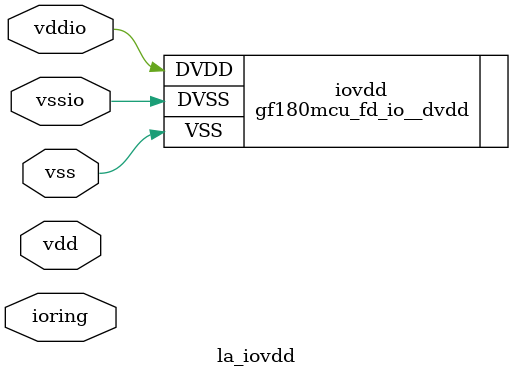
<source format=v>
module la_iovdd
  #(
    parameter TYPE = "DEFAULT" // cell type
    )
   (
    inout 	vdd, // core supply
    inout 	vss, // core ground
    inout 	vddio, // io supply
    inout 	vssio, // io ground
    inout [7:0] ioring // generic io-ring interface
    );

   gf180mcu_fd_io__dvdd
     iovdd (.DVDD(vddio),
	    .DVSS(vssio),
	    .VSS(vss));

endmodule

</source>
